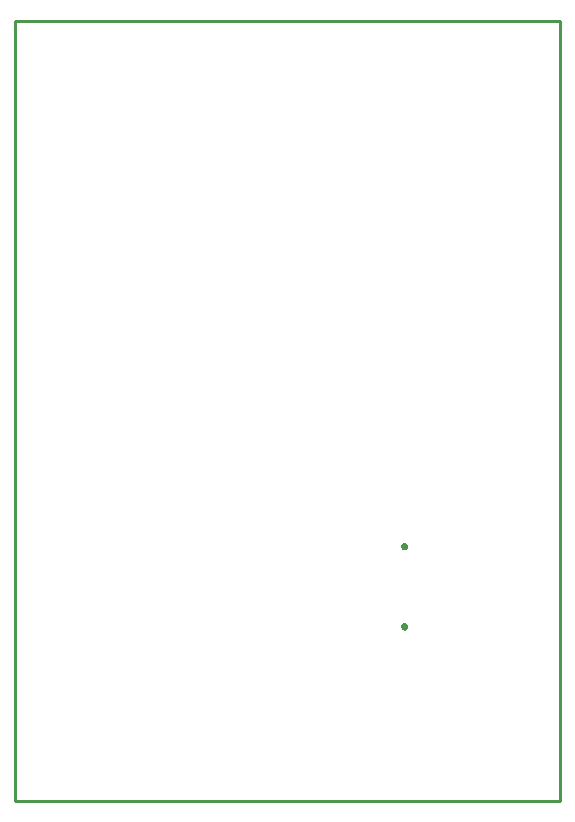
<source format=gbr>
G04 EAGLE Gerber X2 export*
%TF.Part,Single*%
%TF.FileFunction,Profile,NP*%
%TF.FilePolarity,Positive*%
%TF.GenerationSoftware,Autodesk,EAGLE,8.6.3*%
%TF.CreationDate,2018-03-05T01:58:30Z*%
G75*
%MOMM*%
%FSLAX34Y34*%
%LPD*%
%AMOC8*
5,1,8,0,0,1.08239X$1,22.5*%
G01*
%ADD10C,0.254000*%


D10*
X353060Y93980D02*
X814580Y93980D01*
X814580Y754280D01*
X353060Y754280D01*
X353060Y93980D01*
X682199Y307749D02*
X681861Y307816D01*
X681542Y307948D01*
X681255Y308140D01*
X681012Y308383D01*
X680820Y308670D01*
X680688Y308989D01*
X680621Y309327D01*
X680621Y309671D01*
X680688Y310009D01*
X680820Y310328D01*
X681012Y310615D01*
X681255Y310858D01*
X681542Y311050D01*
X681861Y311182D01*
X682199Y311249D01*
X682543Y311249D01*
X682881Y311182D01*
X683200Y311050D01*
X683487Y310858D01*
X683730Y310615D01*
X683922Y310328D01*
X684054Y310009D01*
X684121Y309671D01*
X684121Y309327D01*
X684054Y308989D01*
X683922Y308670D01*
X683730Y308383D01*
X683487Y308140D01*
X683200Y307948D01*
X682881Y307816D01*
X682543Y307749D01*
X682199Y307749D01*
X682199Y239931D02*
X681861Y239998D01*
X681542Y240130D01*
X681255Y240322D01*
X681012Y240565D01*
X680820Y240852D01*
X680688Y241171D01*
X680621Y241509D01*
X680621Y241853D01*
X680688Y242191D01*
X680820Y242510D01*
X681012Y242797D01*
X681255Y243040D01*
X681542Y243232D01*
X681861Y243364D01*
X682199Y243431D01*
X682543Y243431D01*
X682881Y243364D01*
X683200Y243232D01*
X683487Y243040D01*
X683730Y242797D01*
X683922Y242510D01*
X684054Y242191D01*
X684121Y241853D01*
X684121Y241509D01*
X684054Y241171D01*
X683922Y240852D01*
X683730Y240565D01*
X683487Y240322D01*
X683200Y240130D01*
X682881Y239998D01*
X682543Y239931D01*
X682199Y239931D01*
M02*

</source>
